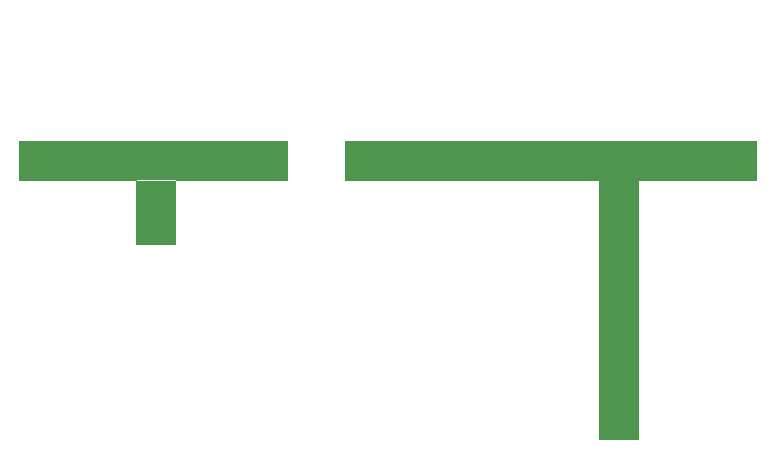
<source format=gbr>
G04 ===== Begin FILE IDENTIFICATION =====*
G04 File Format:  Gerber RS274X*
G04 ===== End FILE IDENTIFICATION =====*
%FSLAX24Y24*%
%MOIN*%
%SFA1.0B1.0*%
%OFA0.0B0.0*%
%ADD14R,0.846457X0.132283*%
%ADD15R,0.393701X0.132283*%
%ADD16R,0.132283X0.866142*%
%ADD17R,0.132283X0.216535*%
%ADD18R,0.374016X0.132283*%
%LNcond*%
%IPPOS*%
%LPD*%
G75*
D14*
X15122Y0D03*
D15*
X22646Y0D03*
D16*
X20016Y-4992D03*
G36*
G01X19355Y661D02*
G01Y-661D01*
G01X20677D01*
G01Y661D01*
G01X20016D01*
G01X19355D01*
G37*
D17*
X4598Y-1744D03*
G36*
G01X3937Y661D02*
G01Y-661D01*
G01X5260D01*
G01Y661D01*
G01X4598D01*
G01X3937D01*
G37*
D18*
X7130Y0D03*
D15*
X1969Y0D03*
M02*


</source>
